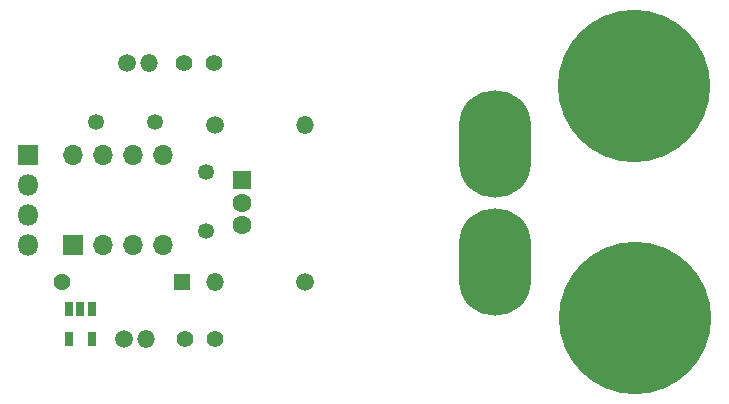
<source format=gbr>
%TF.GenerationSoftware,KiCad,Pcbnew,5.1.6+dfsg1-1*%
%TF.CreationDate,2021-01-11T22:17:59-08:00*%
%TF.ProjectId,high-current-sense-relay,68696768-2d63-4757-9272-656e742d7365,rev?*%
%TF.SameCoordinates,Original*%
%TF.FileFunction,Soldermask,Top*%
%TF.FilePolarity,Negative*%
%FSLAX46Y46*%
G04 Gerber Fmt 4.6, Leading zero omitted, Abs format (unit mm)*
G04 Created by KiCad (PCBNEW 5.1.6+dfsg1-1) date 2021-01-11 22:17:59*
%MOMM*%
%LPD*%
G01*
G04 APERTURE LIST*
%ADD10C,12.900000*%
%ADD11C,1.000000*%
%ADD12C,1.350000*%
%ADD13O,1.500000X1.500000*%
%ADD14C,1.500000*%
%ADD15C,1.433500*%
%ADD16R,1.433500X1.433500*%
%ADD17C,1.400000*%
%ADD18R,1.800000X1.800000*%
%ADD19O,1.800000X1.800000*%
%ADD20R,1.700000X1.700000*%
%ADD21O,1.700000X1.700000*%
%ADD22R,0.700000X1.300000*%
%ADD23C,0.900000*%
%ADD24C,1.600000*%
%ADD25R,1.600000X1.600000*%
%ADD26O,6.100000X9.100000*%
%ADD27O,6.100001X9.100000*%
G04 APERTURE END LIST*
D10*
%TO.C,J1*%
X155829000Y-43434000D03*
D11*
X151029000Y-43434000D03*
X152434887Y-40039887D03*
X155829000Y-38634000D03*
X159223113Y-40039887D03*
X160629000Y-43434000D03*
X159223113Y-46828113D03*
X155829000Y-48234000D03*
X152434887Y-46828113D03*
%TD*%
D10*
%TO.C,J2*%
X155702000Y-23749000D03*
D11*
X150902000Y-23749000D03*
X152307887Y-20354887D03*
X155702000Y-18949000D03*
X159096113Y-20354887D03*
X160502000Y-23749000D03*
X159096113Y-27143113D03*
X155702000Y-28549000D03*
X152307887Y-27143113D03*
%TD*%
D12*
%TO.C,C2*%
X119507000Y-31028000D03*
X119507000Y-36028000D03*
%TD*%
D13*
%TO.C,R2*%
X127889000Y-27051000D03*
D14*
X120269000Y-27051000D03*
%TD*%
D13*
%TO.C,R1*%
X120269000Y-40386000D03*
D14*
X127889000Y-40386000D03*
%TD*%
D12*
%TO.C,C1*%
X110149000Y-26797000D03*
X115149000Y-26797000D03*
%TD*%
D15*
%TO.C,D1*%
X107315000Y-40386000D03*
D16*
X117475000Y-40386000D03*
%TD*%
D17*
%TO.C,D2*%
X117729000Y-45212000D03*
X120269000Y-45212000D03*
%TD*%
%TO.C,D3*%
X120142000Y-21844000D03*
X117602000Y-21844000D03*
%TD*%
D18*
%TO.C,J3*%
X104394000Y-29591000D03*
D19*
X104394000Y-32131000D03*
X104394000Y-34671000D03*
X104394000Y-37211000D03*
%TD*%
D14*
%TO.C,R3*%
X112522000Y-45212000D03*
D13*
X114422000Y-45212000D03*
%TD*%
%TO.C,R4*%
X114676000Y-21844000D03*
D14*
X112776000Y-21844000D03*
%TD*%
D20*
%TO.C,U1*%
X108204000Y-37211000D03*
D21*
X115824000Y-29591000D03*
X110744000Y-37211000D03*
X113284000Y-29591000D03*
X113284000Y-37211000D03*
X110744000Y-29591000D03*
X115824000Y-37211000D03*
X108204000Y-29591000D03*
%TD*%
D22*
%TO.C,U2*%
X109789000Y-42692000D03*
X108839000Y-42692000D03*
X107889000Y-42692000D03*
X107889000Y-45192000D03*
X109789000Y-45192000D03*
%TD*%
D23*
%TO.C,U3*%
X143325000Y-42610000D03*
X146005000Y-36660000D03*
X146005000Y-37990000D03*
X146005000Y-39330000D03*
X146005000Y-40660000D03*
X141905000Y-36660000D03*
X141905000Y-37990000D03*
X141905000Y-39330000D03*
X141905000Y-40660000D03*
X144585000Y-42610000D03*
X145615000Y-41860000D03*
X142295000Y-41860000D03*
G36*
G01*
X144177161Y-34519822D02*
X144177161Y-34519822D01*
G75*
G02*
X144775178Y-34302161I407839J-190178D01*
G01*
X144775178Y-34302161D01*
G75*
G02*
X144992839Y-34900178I-190178J-407839D01*
G01*
X144992839Y-34900178D01*
G75*
G02*
X144394822Y-35117839I-407839J190178D01*
G01*
X144394822Y-35117839D01*
G75*
G02*
X144177161Y-34519822I190178J407839D01*
G01*
G37*
G36*
G01*
X143732839Y-34519822D02*
X143732839Y-34519822D01*
G75*
G02*
X143515178Y-35117839I-407839J-190178D01*
G01*
X143515178Y-35117839D01*
G75*
G02*
X142917161Y-34900178I-190178J407839D01*
G01*
X142917161Y-34900178D01*
G75*
G02*
X143134822Y-34302161I407839J190178D01*
G01*
X143134822Y-34302161D01*
G75*
G02*
X143732839Y-34519822I190178J-407839D01*
G01*
G37*
X145615000Y-35460000D03*
X142295000Y-35460000D03*
X146005000Y-30660000D03*
X146005000Y-26660000D03*
X146005000Y-27990000D03*
X146005000Y-29330000D03*
X141905000Y-26660000D03*
X141905000Y-30660000D03*
X141905000Y-27990000D03*
X141905000Y-29330000D03*
X145615000Y-25460000D03*
X142295000Y-25460000D03*
X143325000Y-24710000D03*
X144585000Y-24710000D03*
X145615000Y-31860000D03*
X142295000Y-31860000D03*
G36*
G01*
X142917161Y-32419822D02*
X142917161Y-32419822D01*
G75*
G02*
X143515178Y-32202161I407839J-190178D01*
G01*
X143515178Y-32202161D01*
G75*
G02*
X143732839Y-32800178I-190178J-407839D01*
G01*
X143732839Y-32800178D01*
G75*
G02*
X143134822Y-33017839I-407839J190178D01*
G01*
X143134822Y-33017839D01*
G75*
G02*
X142917161Y-32419822I190178J407839D01*
G01*
G37*
G36*
G01*
X144992839Y-32419822D02*
X144992839Y-32419822D01*
G75*
G02*
X144775178Y-33017839I-407839J-190178D01*
G01*
X144775178Y-33017839D01*
G75*
G02*
X144177161Y-32800178I-190178J407839D01*
G01*
X144177161Y-32800178D01*
G75*
G02*
X144394822Y-32202161I407839J190178D01*
G01*
X144394822Y-32202161D01*
G75*
G02*
X144992839Y-32419822I190178J-407839D01*
G01*
G37*
D24*
X122555000Y-33660000D03*
X122555000Y-35570000D03*
D25*
X122555000Y-31750000D03*
D26*
X143955000Y-38660000D03*
D27*
X143955000Y-28660000D03*
%TD*%
M02*

</source>
